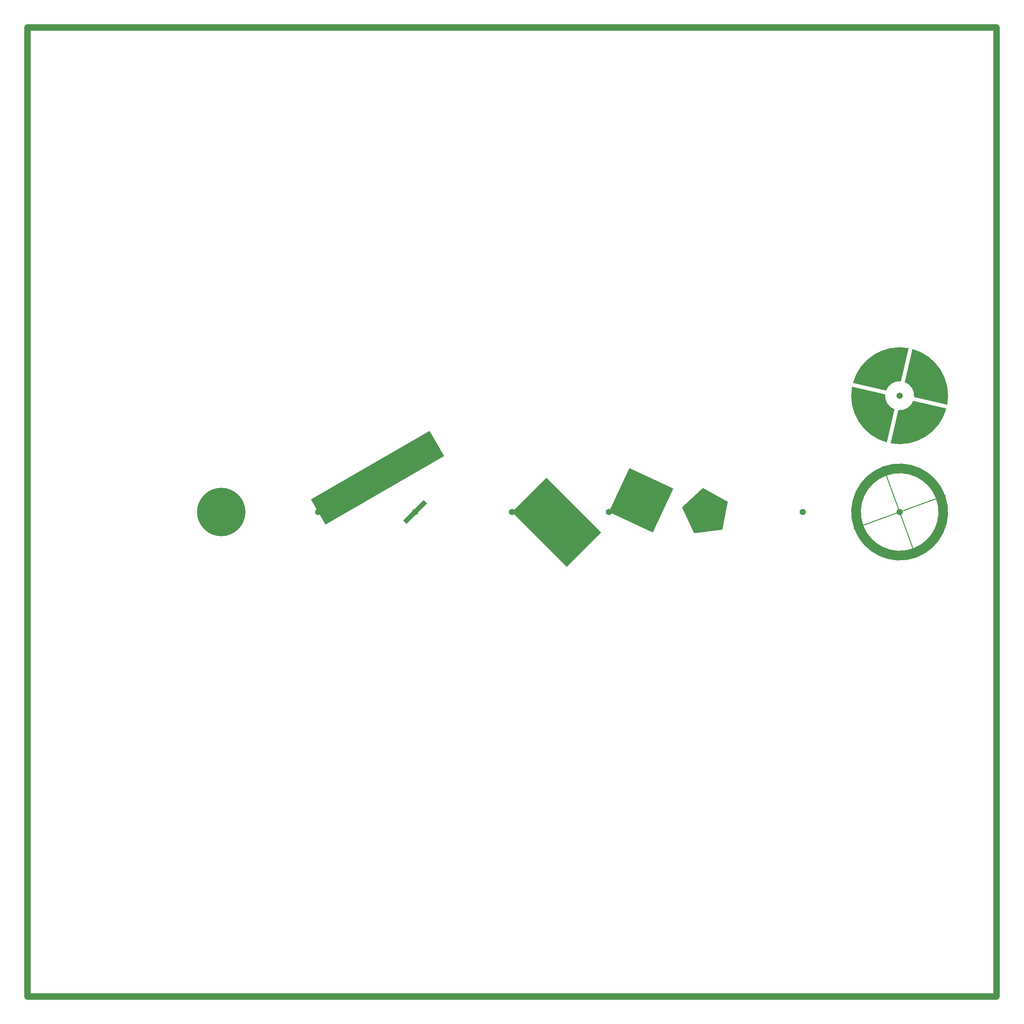
<source format=gbr>
G04 Verification of all aperture macros *
G04 Handcoded by Stefan Petersen *
%MOIN*%
%FSLAX23Y23*%
%OFA0.0000B0.0000*%
G90*
%AMCIRCLE*
1,1,0.5,0,0*
%
%AMVECTOR*
2,1,0.3,0,0,1,1,-15*
%
%AMLINE*
21,1,0.3,0.05,0,0,-135*
%
%AMLINE2*
22,1,0.8,0.5,0,0,-45*
%
%AMOUTLINE*
4,1,3,0.0,0.0,0.0,0.5,0.5,0.5,0.5,0.0,-25*
%
%AMPOLYGON*
5,1,5,0,0,0.5,25*
%
%AMMOIRE*
6,0,0,1.0,0.1,0.4,2,0.01,1,20*
%
%AMTHERMAL*
7,0,0,1.0,0.3,0.04,-13*
%
%ADD10C,0.0650*%
%ADD11CIRCLE*%
%ADD12VECTOR*%
%ADD13LINE*%
%ADD14LINE2*%
%ADD15OUTLINE*%
%ADD16POLYGON*%
%ADD18MOIRE*%
%ADD19THERMAL*%
G04 Outline*
X0Y0D02*
G54D10*
X0Y0D01*
X10000D01*
Y10000D01*
X0D01*
Y0D01*
G04 Dots *
X2000Y5000D03*
X3000D03*
X4000D03*
X5000D03*
X6000D03*
X7000D03*
X8000D03*
X9000D03*
Y6200X9000D03*
G04 Draw circle*
G54D11*
X2000Y5000D03*
G04 Draw line vector *
G54D12*
X3000D03*
G04 Draw line center *
G54D13*
X4000D03*
G04 Draw line lower left *
G54D14*
X5000D03*
G04 Draw outline *
G54D15*
X6000D03*
G04 Draw polygon 1 *
G54D16*
X7000D03*
G04 Draw Moire *
G54D18*
X9000D03*
G04 Draw Thermal *
G54D19*
Y6200X9000D03*
M02*

</source>
